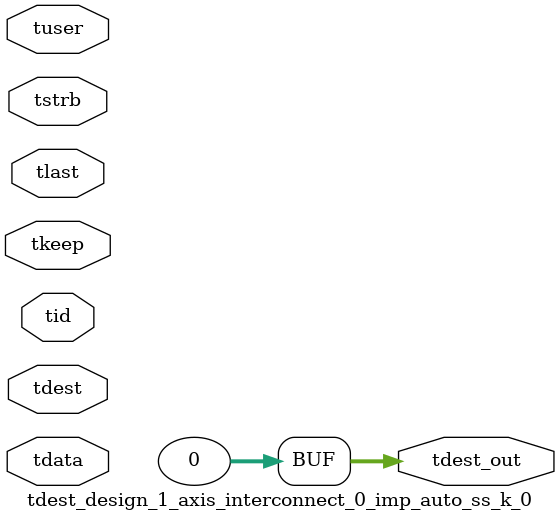
<source format=v>


`timescale 1ps/1ps

module tdest_design_1_axis_interconnect_0_imp_auto_ss_k_0 #
(
parameter C_S_AXIS_TDATA_WIDTH = 32,
parameter C_S_AXIS_TUSER_WIDTH = 0,
parameter C_S_AXIS_TID_WIDTH   = 0,
parameter C_S_AXIS_TDEST_WIDTH = 0,
parameter C_M_AXIS_TDEST_WIDTH = 32
)
(
input  [(C_S_AXIS_TDATA_WIDTH == 0 ? 1 : C_S_AXIS_TDATA_WIDTH)-1:0     ] tdata,
input  [(C_S_AXIS_TUSER_WIDTH == 0 ? 1 : C_S_AXIS_TUSER_WIDTH)-1:0     ] tuser,
input  [(C_S_AXIS_TID_WIDTH   == 0 ? 1 : C_S_AXIS_TID_WIDTH)-1:0       ] tid,
input  [(C_S_AXIS_TDEST_WIDTH == 0 ? 1 : C_S_AXIS_TDEST_WIDTH)-1:0     ] tdest,
input  [(C_S_AXIS_TDATA_WIDTH/8)-1:0 ] tkeep,
input  [(C_S_AXIS_TDATA_WIDTH/8)-1:0 ] tstrb,
input                                                                    tlast,
output [C_M_AXIS_TDEST_WIDTH-1:0] tdest_out
);

assign tdest_out = {1'b0};

endmodule


</source>
